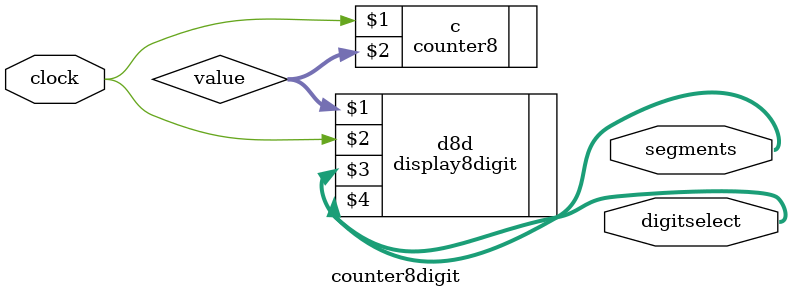
<source format=sv>
`timescale 1ns / 1ps


module counter8digit(
     input wire clock,
     output wire [7:0] digitselect,
     output wire [7:0] segments
     );
     
     wire [31:0] value;
     counter8 c(clock, value);
     display8digit d8d(value, clock, segments, digitselect);
    
endmodule

</source>
